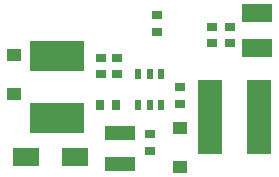
<source format=gtp>
G04*
G04 #@! TF.GenerationSoftware,Altium Limited,Altium Designer,19.0.15 (446)*
G04*
G04 Layer_Color=8421504*
%FSTAX24Y24*%
%MOIN*%
G70*
G01*
G75*
%ADD16R,0.0335X0.0295*%
%ADD17R,0.0354X0.0315*%
%ADD18R,0.1024X0.0591*%
%ADD19R,0.1024X0.0472*%
%ADD20R,0.1811X0.0984*%
%ADD21R,0.0866X0.0591*%
%ADD22R,0.0295X0.0335*%
%ADD23R,0.0217X0.0374*%
%ADD24R,0.0846X0.2480*%
%ADD25R,0.0472X0.0394*%
D16*
X071657Y045893D02*
D03*
Y046444D02*
D03*
X068488Y044857D02*
D03*
Y045409D02*
D03*
X067937Y044857D02*
D03*
Y045409D02*
D03*
D17*
X069807Y046286D02*
D03*
Y046838D02*
D03*
X072248Y046444D02*
D03*
Y045893D02*
D03*
X069571Y04231D02*
D03*
Y042861D02*
D03*
X070594Y044436D02*
D03*
Y043885D02*
D03*
D18*
X073153Y045735D02*
D03*
Y046916D02*
D03*
D19*
X068586Y041857D02*
D03*
Y04292D02*
D03*
D20*
X0665Y04546D02*
D03*
Y043412D02*
D03*
D21*
X06709Y042113D02*
D03*
X065437D02*
D03*
D22*
X068468Y043846D02*
D03*
X067917D02*
D03*
D23*
X069945Y044869D02*
D03*
X069571D02*
D03*
X069197D02*
D03*
Y043846D02*
D03*
X069571D02*
D03*
X069945D02*
D03*
D24*
X071588Y043452D02*
D03*
X073222D02*
D03*
D25*
X070594Y043079D02*
D03*
Y041778D02*
D03*
X065043Y04552D02*
D03*
Y044219D02*
D03*
M02*

</source>
